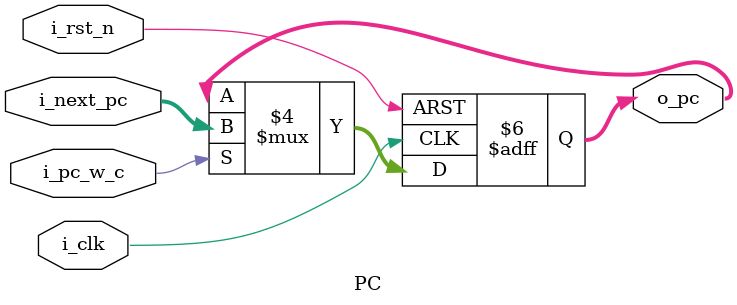
<source format=v>
module PC(i_pc_w_c,i_next_pc,o_pc,i_rst_n,i_clk);
	input [31:0] i_next_pc;
 	input i_pc_w_c,i_rst_n, i_clk;
	output reg [31:0] o_pc;

	always @ (posedge i_clk or negedge i_rst_n) // clock is rising edge or reset is falling edge
	begin
		if(i_rst_n == 0) o_pc <= 32'h0000_0000; // if Reset is ON, then output is 0
		else if(i_pc_w_c == 1) o_pc <= i_next_pc; // if Reset is OFF, Write signal is ON, then output is next pc
	end

endmodule

</source>
